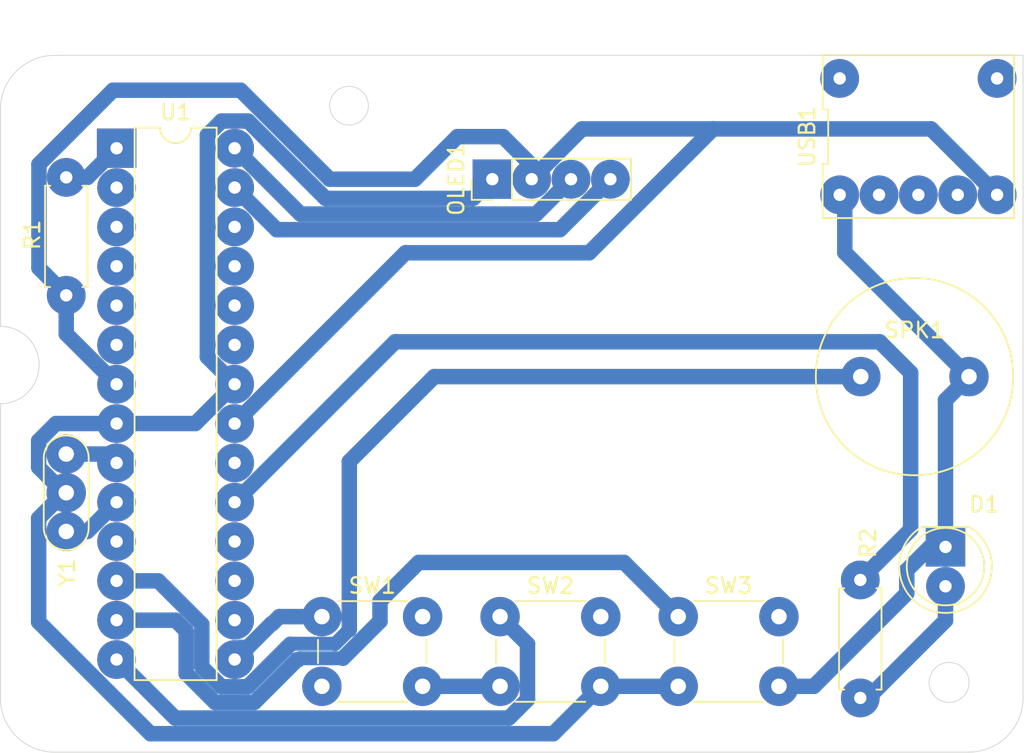
<source format=kicad_pcb>
(kicad_pcb (version 20221018) (generator pcbnew)
  (layers (0 "F.Cu" signal) (31 "B.Cu" signal) (34 "B.Paste" user) (35 "F.Paste" user) (36 "B.SilkS" user "B.Silkscreen") (37 "F.SilkS" user "F.Silkscreen") (38 "B.Mask" user) (39 "F.Mask" user) (44 "Edge.Cuts" user))
  (net 0 "")
  (net 1 "Net-(D1-Pad2)")
  (net 2 "GNDREF")
  (net 3 "Net-(OLED1-Pad4)")
  (net 4 "Net-(OLED1-Pad3)")
  (net 5 "+5V")
  (net 6 "Net-(R1-Pad2)")
  (net 7 "Net-(R2-Pad2)")
  (net 8 "Net-(SPK1-Pad2)")
  (net 9 "Net-(SW1-Pad1)")
  (net 10 "Net-(SW2-Pad1)")
  (net 11 "Net-(SW3-Pad1)")
  (net 12 "Net-(U1-Pad26)")
  (net 13 "Net-(U1-Pad25)")
  (net 14 "Net-(U1-Pad11)")
  (net 15 "Net-(U1-Pad24)")
  (net 16 "Net-(U1-Pad10)")
  (net 17 "Net-(U1-Pad23)")
  (net 18 "Net-(U1-Pad9)")
  (net 19 "Net-(U1-Pad6)")
  (net 20 "Net-(U1-Pad5)")
  (net 21 "Net-(U1-Pad18)")
  (net 22 "Net-(U1-Pad4)")
  (net 23 "Net-(U1-Pad17)")
  (net 24 "Net-(U1-Pad3)")
  (net 25 "Net-(U1-Pad16)")
  (net 26 "Net-(U1-Pad2)")
  (net 27 "GNDPWR")
  (net 28 "Net-(USB1-Pad4)")
  (net 29 "Net-(USB1-Pad3)")
  (net 30 "Net-(USB1-Pad2)")
  (footprint "LED_THT:LED_D5.0mm" (layer "F.Cu") (at 166 86.75 -90)
    (fp_text reference "D1" (at -2.75 -2.5 180) (layer "F.SilkS"))
    (fp_text value "LED")
    (fp_line (start -1.29 -1.545) (end -1.29 1.545) (stroke (width 0.12)) (layer "F.SilkS"))
    (fp_arc (start -1.29 -1.54483) (mid 2.072002 -2.880433) (end 4.26 0.000462) (stroke (width 0.12)) (layer "F.SilkS"))
    (fp_arc (start 4.26 -0.000462) (mid 2.072002 2.880433) (end -1.29 1.54483) (stroke (width 0.12)) (layer "F.SilkS"))
    (fp_circle (center 1.27 0) (end 3.77 0) (stroke (width 0.12)) (fill none) (layer "F.SilkS"))
    (pad "1" thru_hole rect (at 0 0 270) (size 2.54 2.54) (drill 0.8) (layers "*.Cu" "*.Mask") (net 2 "GNDREF"))
    (pad "2" thru_hole oval (at 2.54 0 270) (size 2.5 2.5) (drill 0.8) (layers "*.Cu" "*.Mask") (net 1 "Net-(D1-Pad2)"))
  )
  (footprint "Resistor_THT:R_Axial_DIN0207_L6.3mm_D2.5mm_P7.62mm_Horizontal" (layer "F.Cu") (at 160.5 96.5 90)
    (fp_text reference "R2" (at 10 0.5 90) (layer "F.SilkS"))
    (fp_text value "1k")
    (fp_line (start 0.54 -1.37) (end 7.08 -1.37) (stroke (width 0.12)) (layer "F.SilkS"))
    (fp_line (start 0.54 -1.04) (end 0.54 -1.37) (stroke (width 0.12)) (layer "F.SilkS"))
    (fp_line (start 0.54 1.04) (end 0.54 1.37) (stroke (width 0.12)) (layer "F.SilkS"))
    (fp_line (start 0.54 1.37) (end 7.08 1.37) (stroke (width 0.12)) (layer "F.SilkS"))
    (fp_line (start 7.08 -1.37) (end 7.08 -1.04) (stroke (width 0.12)) (layer "F.SilkS"))
    (fp_line (start 7.08 1.37) (end 7.08 1.04) (stroke (width 0.12)) (layer "F.SilkS"))
    (pad "1" thru_hole oval (at 0 0 90) (size 2.5 2.5) (drill 0.8) (layers "*.Cu" "*.Mask") (net 1 "Net-(D1-Pad2)"))
    (pad "2" thru_hole oval (at 7.62 0 90) (size 2.5 2.5) (drill 0.8) (layers "*.Cu" "*.Mask") (net 7 "Net-(R2-Pad2)"))
  )
  (footprint "Package_DIP:DIP-28_W7.62mm" (layer "F.Cu") (at 112.5 61)
    (fp_text reference "U1" (at 3.81 -2.33) (layer "F.SilkS"))
    (fp_text value "ATmega328P-PU")
    (fp_line (start 1.16 -1.33) (end 1.16 34.35) (stroke (width 0.12)) (layer "F.SilkS"))
    (fp_line (start 1.16 34.35) (end 6.46 34.35) (stroke (width 0.12)) (layer "F.SilkS"))
    (fp_line (start 2.81 -1.33) (end 1.16 -1.33) (stroke (width 0.12)) (layer "F.SilkS"))
    (fp_line (start 6.46 -1.33) (end 4.81 -1.33) (stroke (width 0.12)) (layer "F.SilkS"))
    (fp_line (start 6.46 34.35) (end 6.46 -1.33) (stroke (width 0.12)) (layer "F.SilkS"))
    (fp_arc (start 4.81 -1.33) (mid 3.81 -0.33) (end 2.81 -1.33) (stroke (width 0.12)) (layer "F.SilkS"))
    (pad "1" thru_hole rect (at 0 0) (size 2.54 2.54) (drill 0.8) (layers "*.Cu" "*.Mask") (net 6 "Net-(R1-Pad2)"))
    (pad "2" thru_hole oval (at 0 2.54) (size 2.5 2.5) (drill 0.8) (layers "*.Cu" "*.Mask") (net 26 "Net-(U1-Pad2)"))
    (pad "3" thru_hole oval (at 0 5.08) (size 2.5 2.5) (drill 0.8) (layers "*.Cu" "*.Mask") (net 24 "Net-(U1-Pad3)"))
    (pad "4" thru_hole oval (at 0 7.62) (size 2.5 2.5) (drill 0.8) (layers "*.Cu" "*.Mask") (net 22 "Net-(U1-Pad4)"))
    (pad "5" thru_hole oval (at 0 10.16) (size 2.5 2.5) (drill 0.8) (layers "*.Cu" "*.Mask") (net 20 "Net-(U1-Pad5)"))
    (pad "6" thru_hole oval (at 0 12.7) (size 2.5 2.5) (drill 0.8) (layers "*.Cu" "*.Mask") (net 19 "Net-(U1-Pad6)"))
    (pad "7" thru_hole oval (at 0 15.24) (size 2.5 2.5) (drill 0.8) (layers "*.Cu" "*.Mask") (net 5 "+5V"))
    (pad "8" thru_hole oval (at 0 17.78) (size 2.5 2.5) (drill 0.8) (layers "*.Cu" "*.Mask") (net 2 "GNDREF"))
    (pad "9" thru_hole oval (at 0 20.32) (size 2.5 2.5) (drill 0.8) (layers "*.Cu" "*.Mask") (net 18 "Net-(U1-Pad9)"))
    (pad "10" thru_hole oval (at 0 22.86) (size 2.5 2.5) (drill 0.8) (layers "*.Cu" "*.Mask") (net 16 "Net-(U1-Pad10)"))
    (pad "11" thru_hole oval (at 0 25.4) (size 2.5 2.5) (drill 0.8) (layers "*.Cu" "*.Mask") (net 14 "Net-(U1-Pad11)"))
    (pad "12" thru_hole oval (at 0 27.94) (size 2.5 2.5) (drill 0.8) (layers "*.Cu" "*.Mask") (net 8 "Net-(SPK1-Pad2)"))
    (pad "13" thru_hole oval (at 0 30.48) (size 2.5 2.5) (drill 0.8) (layers "*.Cu" "*.Mask") (net 11 "Net-(SW3-Pad1)"))
    (pad "14" thru_hole oval (at 0 33.02) (size 2.5 2.5) (drill 0.8) (layers "*.Cu" "*.Mask") (net 10 "Net-(SW2-Pad1)"))
    (pad "15" thru_hole oval (at 7.62 33.02) (size 2.5 2.5) (drill 0.8) (layers "*.Cu" "*.Mask") (net 9 "Net-(SW1-Pad1)"))
    (pad "16" thru_hole oval (at 7.62 30.48) (size 2.5 2.5) (drill 0.8) (layers "*.Cu" "*.Mask") (net 25 "Net-(U1-Pad16)"))
    (pad "17" thru_hole oval (at 7.62 27.94) (size 2.5 2.5) (drill 0.8) (layers "*.Cu" "*.Mask") (net 23 "Net-(U1-Pad17)"))
    (pad "18" thru_hole oval (at 7.62 25.4) (size 2.5 2.5) (drill 0.8) (layers "*.Cu" "*.Mask") (net 21 "Net-(U1-Pad18)"))
    (pad "19" thru_hole oval (at 7.62 22.86) (size 2.5 2.5) (drill 0.8) (layers "*.Cu" "*.Mask") (net 7 "Net-(R2-Pad2)"))
    (pad "20" thru_hole oval (at 7.62 20.32) (size 2.5 2.5) (drill 0.8) (layers "*.Cu" "*.Mask") (net 5 "+5V"))
    (pad "21" thru_hole oval (at 7.62 17.78) (size 2.5 2.5) (drill 0.8) (layers "*.Cu" "*.Mask") (net 5 "+5V"))
    (pad "22" thru_hole oval (at 7.62 15.24) (size 2.5 2.5) (drill 0.8) (layers "*.Cu" "*.Mask") (net 2 "GNDREF"))
    (pad "23" thru_hole oval (at 7.62 12.7) (size 2.5 2.5) (drill 0.8) (layers "*.Cu" "*.Mask") (net 17 "Net-(U1-Pad23)"))
    (pad "24" thru_hole oval (at 7.62 10.16) (size 2.5 2.5) (drill 0.8) (layers "*.Cu" "*.Mask") (net 15 "Net-(U1-Pad24)"))
    (pad "25" thru_hole oval (at 7.62 7.62) (size 2.5 2.5) (drill 0.8) (layers "*.Cu" "*.Mask") (net 13 "Net-(U1-Pad25)"))
    (pad "26" thru_hole oval (at 7.62 5.08) (size 2.5 2.5) (drill 0.8) (layers "*.Cu" "*.Mask") (net 12 "Net-(U1-Pad26)"))
    (pad "27" thru_hole oval (at 7.62 2.54) (size 2.5 2.5) (drill 0.8) (layers "*.Cu" "*.Mask") (net 3 "Net-(OLED1-Pad4)"))
    (pad "28" thru_hole oval (at 7.62 0) (size 2.5 2.5) (drill 0.8) (layers "*.Cu" "*.Mask") (net 4 "Net-(OLED1-Pad3)"))
  )
  (footprint "Crystal:Resonator-3Pin_W7.0mm_H2.5mm" (layer "F.Cu") (at 109.25 85.75 90)
    (fp_text reference "Y1" (at -2.65 0.05 90) (layer "F.SilkS"))
    (fp_text value "Resonator")
    (fp_line (start 0.25 -1.45) (end 4.75 -1.45) (stroke (width 0.12)) (layer "F.SilkS"))
    (fp_line (start 0.25 1.45) (end 4.75 1.45) (stroke (width 0.12)) (layer "F.SilkS"))
    (fp_arc (start 0.25 1.45) (mid -1.2 0) (end 0.25 -1.45) (stroke (width 0.12)) (layer "F.SilkS"))
    (fp_arc (start 4.75 -1.45) (mid 6.2 0) (end 4.75 1.45) (stroke (width 0.12)) (layer "F.SilkS"))
    (pad "1" thru_hole circle (at 0 0 90) (size 2.54 2.54) (drill 1) (layers "*.Cu" "*.Mask") (net 16 "Net-(U1-Pad10)"))
    (pad "2" thru_hole circle (at 2.5 0 90) (size 2.54 2.54) (drill 1) (layers "*.Cu" "*.Mask") (net 2 "GNDREF"))
    (pad "3" thru_hole circle (at 5 0 90) (size 2.54 2.54) (drill 1) (layers "*.Cu" "*.Mask") (net 18 "Net-(U1-Pad9)"))
  )
  (footprint "Connector_PinHeader_2.54mm:PinHeader_1x04_P2.54mm_Vertical" (layer "F.Cu") (at 136.75 63 90)
    (fp_text reference "OLED1" (at 0 -2.33 90) (layer "F.SilkS"))
    (fp_text value "Conn_01x04")
    (fp_line (start -1.33 -1.33) (end 0 -1.33) (stroke (width 0.12)) (layer "F.SilkS"))
    (fp_line (start -1.33 0) (end -1.33 -1.33) (stroke (width 0.12)) (layer "F.SilkS"))
    (fp_line (start -1.33 1.27) (end -1.33 8.95) (stroke (width 0.12)) (layer "F.SilkS"))
    (fp_line (start -1.33 1.27) (end 1.33 1.27) (stroke (width 0.12)) (layer "F.SilkS"))
    (fp_line (start -1.33 8.95) (end 1.33 8.95) (stroke (width 0.12)) (layer "F.SilkS"))
    (fp_line (start 1.33 1.27) (end 1.33 8.95) (stroke (width 0.12)) (layer "F.SilkS"))
    (pad "1" thru_hole rect (at 0 0 90) (size 2.54 2.54) (drill 0.8) (layers "*.Cu" "*.Mask") (net 2 "GNDREF"))
    (pad "2" thru_hole oval (at 0 2.54 90) (size 2.5 2.5) (drill 0.8) (layers "*.Cu" "*.Mask") (net 5 "+5V"))
    (pad "3" thru_hole oval (at 0 5.08 90) (size 2.5 2.5) (drill 0.8) (layers "*.Cu" "*.Mask") (net 4 "Net-(OLED1-Pad3)"))
    (pad "4" thru_hole oval (at 0 7.62 90) (size 2.5 2.5) (drill 0.8) (layers "*.Cu" "*.Mask") (net 3 "Net-(OLED1-Pad4)"))
  )
  (footprint "lcd:USB-AMAZON(PERSONAL_LIBRARY)" (layer "F.Cu") (at 164.25 60.25)
    (fp_text reference "USB1" (at -7.18 0 90) (layer "F.SilkS"))
    (fp_text value "Conn_01x07")
    (fp_line (start -6.18 -5.26) (end -6.18 -1.753333) (stroke (width 0.12)) (layer "F.SilkS"))
    (fp_line (start -6.18 -1.753333) (end -5.82 -1.753333) (stroke (width 0.12)) (layer "F.SilkS"))
    (fp_line (start -6.18 1.753333) (end -6.18 5.26) (stroke (width 0.12)) (layer "F.SilkS"))
    (fp_line (start -6.18 5.26) (end 6.18 5.26) (stroke (width 0.12)) (layer "F.SilkS"))
    (fp_line (start -5.82 -1.753333) (end -5.82 1.753333) (stroke (width 0.12)) (layer "F.SilkS"))
    (fp_line (start -5.82 1.753333) (end -6.18 1.753333) (stroke (width 0.12)) (layer "F.SilkS"))
    (fp_line (start 6.18 -5.26) (end -6.18 -5.26) (stroke (width 0.12)) (layer "F.SilkS"))
    (fp_line (start 6.18 5.26) (end 6.18 -5.26) (stroke (width 0.12)) (layer "F.SilkS"))
    (pad "1" thru_hole oval (at -5.08 3.76) (size 2.5 2.5) (drill 0.8) (layers "*.Cu" "*.Mask") (net 2 "GNDREF"))
    (pad "2" thru_hole oval (at -2.54 3.76) (size 2.5 2.5) (drill 0.8) (layers "*.Cu" "*.Mask") (net 30 "Net-(USB1-Pad2)"))
    (pad "3" thru_hole oval (at 0 3.76) (size 2.5 2.5) (drill 0.8) (layers "*.Cu" "*.Mask") (net 29 "Net-(USB1-Pad3)"))
    (pad "4" thru_hole oval (at 2.54 3.76) (size 2.5 2.5) (drill 0.8) (layers "*.Cu" "*.Mask") (net 28 "Net-(USB1-Pad4)"))
    (pad "5" thru_hole oval (at 5.08 3.76) (size 2.5 2.5) (drill 0.8) (layers "*.Cu" "*.Mask") (net 5 "+5V"))
    (pad "6" thru_hole oval (at 5.08 -3.76) (size 2.5 2.5) (drill 0.8) (layers "*.Cu" "*.Mask") (net 27 "GNDPWR"))
    (pad "7" thru_hole oval (at -5.08 -3.76) (size 2.5 2.5) (drill 0.8) (layers "*.Cu" "*.Mask") (net 27 "GNDPWR"))
  )
  (footprint "Button_Switch_THT:SW_PUSH_6mm" (layer "F.Cu") (at 148.75 91.25)
    (fp_text reference "SW3" (at 3.25 -2) (layer "F.SilkS"))
    (fp_text value "SW_DIP_x01")
    (fp_line (start -0.25 1.5) (end -0.25 3) (stroke (width 0.12)) (layer "F.SilkS"))
    (fp_line (start 1 5.5) (end 5.5 5.5) (stroke (width 0.12)) (layer "F.SilkS"))
    (fp_line (start 5.5 -1) (end 1 -1) (stroke (width 0.12)) (layer "F.SilkS"))
    (fp_line (start 6.75 3) (end 6.75 1.5) (stroke (width 0.12)) (layer "F.SilkS"))
    (pad "1" thru_hole circle (at 0 0) (size 2.54 2.54) (drill 1) (layers "*.Cu" "*.Mask") (net 11 "Net-(SW3-Pad1)"))
    (pad "1" thru_hole circle (at 6.5 0) (size 2.54 2.54) (drill 1) (layers "*.Cu" "*.Mask") (net 11 "Net-(SW3-Pad1)"))
    (pad "2" thru_hole circle (at 0 4.5) (size 2.54 2.54) (drill 1) (layers "*.Cu" "*.Mask") (net 2 "GNDREF"))
    (pad "2" thru_hole circle (at 6.5 4.5) (size 2.54 2.54) (drill 1) (layers "*.Cu" "*.Mask") (net 2 "GNDREF"))
  )
  (footprint "Button_Switch_THT:SW_PUSH_6mm" (layer "F.Cu") (at 125.75 91.25)
    (fp_text reference "SW1" (at 3.25 -2) (layer "F.SilkS"))
    (fp_text value "SW_DIP_x01")
    (fp_line (start -0.25 1.5) (end -0.25 3) (stroke (width 0.12)) (layer "F.SilkS"))
    (fp_line (start 1 5.5) (end 5.5 5.5) (stroke (width 0.12)) (layer "F.SilkS"))
    (fp_line (start 5.5 -1) (end 1 -1) (stroke (width 0.12)) (layer "F.SilkS"))
    (fp_line (start 6.75 3) (end 6.75 1.5) (stroke (width 0.12)) (layer "F.SilkS"))
    (pad "1" thru_hole circle (at 0 0) (size 2.54 2.54) (drill 1) (layers "*.Cu" "*.Mask") (net 9 "Net-(SW1-Pad1)"))
    (pad "1" thru_hole circle (at 6.5 0) (size 2.54 2.54) (drill 1) (layers "*.Cu" "*.Mask") (net 9 "Net-(SW1-Pad1)"))
    (pad "2" thru_hole circle (at 0 4.5) (size 2.54 2.54) (drill 1) (layers "*.Cu" "*.Mask") (net 2 "GNDREF"))
    (pad "2" thru_hole circle (at 6.5 4.5) (size 2.54 2.54) (drill 1) (layers "*.Cu" "*.Mask") (net 2 "GNDREF"))
  )
  (footprint "Button_Switch_THT:SW_PUSH_6mm" (layer "F.Cu") (at 137.25 91.25)
    (fp_text reference "SW2" (at 3.25 -2) (layer "F.SilkS"))
    (fp_text value "SW_DIP_x01")
    (fp_line (start -0.25 1.5) (end -0.25 3) (stroke (width 0.12)) (layer "F.SilkS"))
    (fp_line (start 1 5.5) (end 5.5 5.5) (stroke (width 0.12)) (layer "F.SilkS"))
    (fp_line (start 5.5 -1) (end 1 -1) (stroke (width 0.12)) (layer "F.SilkS"))
    (fp_line (start 6.75 3) (end 6.75 1.5) (stroke (width 0.12)) (layer "F.SilkS"))
    (pad "1" thru_hole circle (at 0 0) (size 2.54 2.54) (drill 1) (layers "*.Cu" "*.Mask") (net 10 "Net-(SW2-Pad1)"))
    (pad "1" thru_hole circle (at 6.5 0) (size 2.54 2.54) (drill 1) (layers "*.Cu" "*.Mask") (net 10 "Net-(SW2-Pad1)"))
    (pad "2" thru_hole circle (at 0 4.5) (size 2.54 2.54) (drill 1) (layers "*.Cu" "*.Mask") (net 2 "GNDREF"))
    (pad "2" thru_hole circle (at 6.5 4.5) (size 2.54 2.54) (drill 1) (layers "*.Cu" "*.Mask") (net 2 "GNDREF"))
  )
  (footprint "Resistor_THT:R_Axial_DIN0207_L6.3mm_D2.5mm_P7.62mm_Horizontal" (layer "F.Cu") (at 109.25 70.5 90)
    (fp_text reference "R1" (at 3.9 -2.2 90) (layer "F.SilkS"))
    (fp_text value "10k")
    (fp_line (start 0.54 -1.37) (end 7.08 -1.37) (stroke (width 0.12)) (layer "F.SilkS"))
    (fp_line (start 0.54 -1.04) (end 0.54 -1.37) (stroke (width 0.12)) (layer "F.SilkS"))
    (fp_line (start 0.54 1.04) (end 0.54 1.37) (stroke (width 0.12)) (layer "F.SilkS"))
    (fp_line (start 0.54 1.37) (end 7.08 1.37) (stroke (width 0.12)) (layer "F.SilkS"))
    (fp_line (start 7.08 -1.37) (end 7.08 -1.04) (stroke (width 0.12)) (layer "F.SilkS"))
    (fp_line (start 7.08 1.37) (end 7.08 1.04) (stroke (width 0.12)) (layer "F.SilkS"))
    (pad "1" thru_hole oval (at 0 0 90) (size 2.5 2.5) (drill 0.8) (layers "*.Cu" "*.Mask") (net 5 "+5V"))
    (pad "2" thru_hole oval (at 7.62 0 90) (size 2.5 2.5) (drill 0.8) (layers "*.Cu" "*.Mask") (net 6 "Net-(R1-Pad2)"))
  )
  (footprint "Capacitor_THT:C_Radial_D12.5mm_H20.0mm_P5.00mm" (layer "F.Cu") (at 166.5 75.75 180)
    (fp_text reference "SPK1" (at 2.5 3 180) (layer "F.SilkS"))
    (fp_text value "Conn_01x02")
    (fp_circle (center 2.5 0) (end 8.87 0) (stroke (width 0.12)) (fill none) (layer "F.SilkS"))
    (pad "1" thru_hole circle (at -1.016 0 180) (size 2.54 2.54) (drill 1) (layers "*.Cu" "*.Mask") (net 2 "GNDREF"))
    (pad "2" thru_hole circle (at 5.969 0 180) (size 2.54 2.54) (drill 1) (layers "*.Cu" "*.Mask") (net 8 "Net-(SPK1-Pad2)"))
  )
  (gr_line (start 171 55) (end 108.5 55) (stroke (width 0.05)) (layer "Edge.Cuts"))
  (gr_line (start 105 96.5) (end 105 77.5) (stroke (width 0.05)) (layer "Edge.Cuts"))
  (gr_arc (start 105 58.5) (mid 106.025126 56.025126) (end 108.5 55) (stroke (width 0.05)) (layer "Edge.Cuts"))
  (gr_line (start 105 58.5) (end 105 72.5) (stroke (width 0.05)) (layer "Edge.Cuts"))
  (gr_line (start 171 96.5) (end 171 55) (stroke (width 0.05)) (layer "Edge.Cuts"))
  (gr_circle (center 166.232234 95.5) (end 167.5 95.25) (stroke (width 0.05)) (fill none) (layer "Edge.Cuts"))
  (gr_circle (center 127.5 58.25) (end 128.75 58.25) (stroke (width 0.05)) (fill none) (layer "Edge.Cuts"))
  (gr_arc (start 171 96.5) (mid 169.974874 98.974874) (end 167.5 100) (stroke (width 0.05)) (layer "Edge.Cuts"))
  (gr_line (start 108.5 100) (end 167.5 100) (stroke (width 0.05)) (layer "Edge.Cuts"))
  (gr_arc (start 108.5 100) (mid 106.025126 98.974874) (end 105 96.5) (stroke (width 0.05)) (layer "Edge.Cuts"))
  (gr_arc (start 105 72.5) (mid 107.5 75) (end 105 77.5) (stroke (width 0.05)) (layer "Edge.Cuts"))
  (segment (start 161 96.5) (end 160.5 96.5) (width 1) (layer "B.Cu") (net 1))
  (segment (start 166 91.5) (end 161 96.5) (width 1) (layer "B.Cu") (net 1))
  (segment (start 166 89.29) (end 166 91.5) (width 1) (layer "B.Cu") (net 1))
  (segment (start 125.98999 64.23999) (end 135.51001 64.23999) (width 1) (layer "B.Cu") (net 2))
  (segment (start 166 86.75) (end 166 77.266) (width 1) (layer "B.Cu") (net 2))
  (segment (start 112.5 78.78) (end 117.58 78.78) (width 1) (layer "B.Cu") (net 2))
  (segment (start 120.989999 59.239999) (end 125.98999 64.23999) (width 1) (layer "B.Cu") (net 2))
  (segment (start 117.58 78.78) (end 120.12 76.24) (width 1) (layer "B.Cu") (net 2))
  (segment (start 107.469999 84.895599) (end 109.115598 83.25) (width 1) (layer "B.Cu") (net 2))
  (segment (start 159.5 67.734) (end 159.5 64.34) (width 1) (layer "B.Cu") (net 2))
  (segment (start 135.51001 64.23999) (end 136.75 63) (width 1) (layer "B.Cu") (net 2))
  (segment (start 166 77.266) (end 167.516 75.75) (width 1) (layer "B.Cu") (net 2))
  (segment (start 163.5 88.25) (end 165 86.75) (width 1) (layer "B.Cu") (net 2))
  (segment (start 163.5 89.75) (end 163.5 88.25) (width 1) (layer "B.Cu") (net 2))
  (segment (start 143.75 95.75) (end 140.689969 98.810031) (width 1) (layer "B.Cu") (net 2))
  (segment (start 165 86.75) (end 166 86.75) (width 1) (layer "B.Cu") (net 2))
  (segment (start 155.25 95.75) (end 157.5 95.75) (width 1) (layer "B.Cu") (net 2))
  (segment (start 114.685229 98.810031) (end 107.469999 91.594801) (width 1) (layer "B.Cu") (net 2))
  (segment (start 107.469999 91.594801) (end 107.469999 84.895599) (width 1) (layer "B.Cu") (net 2))
  (segment (start 107.469999 81.604401) (end 109.115598 83.25) (width 1) (layer "B.Cu") (net 2))
  (segment (start 159.5 64.34) (end 159.17 64.01) (width 1) (layer "B.Cu") (net 2))
  (segment (start 112.5 78.78) (end 108.585598 78.78) (width 1) (layer "B.Cu") (net 2))
  (segment (start 109.115598 83.25) (end 109.25 83.25) (width 1) (layer "B.Cu") (net 2))
  (segment (start 137.25 95.75) (end 132.25 95.75) (width 1) (layer "B.Cu") (net 2))
  (segment (start 157.5 95.75) (end 163.5 89.75) (width 1) (layer "B.Cu") (net 2))
  (segment (start 148.75 95.75) (end 143.75 95.75) (width 1) (layer "B.Cu") (net 2))
  (segment (start 107.469999 79.895599) (end 107.469999 81.604401) (width 1) (layer "B.Cu") (net 2))
  (segment (start 119.275199 59.239999) (end 120.989999 59.239999) (width 1) (layer "B.Cu") (net 2))
  (segment (start 108.585598 78.78) (end 107.469999 79.895599) (width 1) (layer "B.Cu") (net 2))
  (segment (start 118.359999 74.479999) (end 118.359999 60.155199) (width 1) (layer "B.Cu") (net 2))
  (segment (start 120.12 76.24) (end 118.359999 74.479999) (width 1) (layer "B.Cu") (net 2))
  (segment (start 167.516 75.75) (end 159.5 67.734) (width 1) (layer "B.Cu") (net 2))
  (segment (start 118.359999 60.155199) (end 119.275199 59.239999) (width 1) (layer "B.Cu") (net 2))
  (segment (start 140.689969 98.810031) (end 114.685229 98.810031) (width 1) (layer "B.Cu") (net 2))
  (segment (start 141.10999 66.26001) (end 144.37 63) (width 1) (layer "B.Cu") (net 3))
  (segment (start 122.84001 66.26001) (end 141.10999 66.26001) (width 1) (layer "B.Cu") (net 3))
  (segment (start 120.12 63.54) (end 122.84001 66.26001) (width 1) (layer "B.Cu") (net 3))
  (segment (start 120.12 61) (end 124.37 65.25) (width 1) (layer "B.Cu") (net 4))
  (segment (start 124.37 65.25) (end 139.58 65.25) (width 1) (layer "B.Cu") (net 4))
  (segment (start 139.58 65.25) (end 141.83 63) (width 1) (layer "B.Cu") (net 4))
  (segment (start 134.5 60.25) (end 137.440002 60.25) (width 1) (layer "B.Cu") (net 5))
  (segment (start 151 59.75) (end 165.07 59.75) (width 1) (layer "B.Cu") (net 5))
  (segment (start 107.489999 62.035199) (end 112.275198 57.25) (width 1) (layer "B.Cu") (net 5))
  (segment (start 143 67.75) (end 131.15 67.75) (width 1) (layer "B.Cu") (net 5))
  (segment (start 126.25 63) (end 131.75 63) (width 1) (layer "B.Cu") (net 5))
  (segment (start 137.440002 60.25) (end 139.29 62.099998) (width 1) (layer "B.Cu") (net 5))
  (segment (start 112.5 76.24) (end 109.25 72.99) (width 1) (layer "B.Cu") (net 5))
  (segment (start 139.29 62.099998) (end 139.29 63) (width 1) (layer "B.Cu") (net 5))
  (segment (start 109.25 72.99) (end 109.25 70.5) (width 1) (layer "B.Cu") (net 5))
  (segment (start 165.07 59.75) (end 169.33 64.01) (width 1) (layer "B.Cu") (net 5))
  (segment (start 109.25 70.5) (end 107.489999 68.739999) (width 1) (layer "B.Cu") (net 5))
  (segment (start 131.75 63) (end 134.5 60.25) (width 1) (layer "B.Cu") (net 5))
  (segment (start 112.275198 57.25) (end 120.5 57.25) (width 1) (layer "B.Cu") (net 5))
  (segment (start 142.54 59.75) (end 151 59.75) (width 1) (layer "B.Cu") (net 5))
  (segment (start 107.489999 68.739999) (end 107.489999 62.035199) (width 1) (layer "B.Cu") (net 5))
  (segment (start 131.15 67.75) (end 120.12 78.78) (width 1) (layer "B.Cu") (net 5))
  (segment (start 120.5 57.25) (end 126.25 63) (width 1) (layer "B.Cu") (net 5))
  (segment (start 139.29 63) (end 142.54 59.75) (width 1) (layer "B.Cu") (net 5))
  (segment (start 151 59.75) (end 143 67.75) (width 1) (layer "B.Cu") (net 5))
  (segment (start 110.62 62.88) (end 112.5 61) (width 1) (layer "B.Cu") (net 6))
  (segment (start 109.25 62.88) (end 110.62 62.88) (width 1) (layer "B.Cu") (net 6))
  (segment (start 130.48 73.5) (end 120.12 83.86) (width 1) (layer "B.Cu") (net 7))
  (segment (start 163.75 85.63) (end 160.5 88.88) (width 1) (layer "B.Cu") (net 7))
  (segment (start 130.48 73.5) (end 161.75 73.5) (width 1) (layer "B.Cu") (net 7))
  (segment (start 163.75 75.5) (end 163.75 85.63) (width 1) (layer "B.Cu") (net 7))
  (segment (start 161.75 73.5) (end 163.75 75.5) (width 1) (layer "B.Cu") (net 7))
  (segment (start 115.19 88.94) (end 118 91.75) (width 1) (layer "B.Cu") (net 8))
  (segment (start 120.964801 95.780001) (end 123.5 93.244802) (width 1) (layer "B.Cu") (net 8))
  (segment (start 127.520001 92.099601) (end 127.520001 81.229999) (width 1) (layer "B.Cu") (net 8))
  (segment (start 126.589601 93.030001) (end 127.520001 92.099601) (width 0.9) (layer "B.Cu") (net 8))
  (segment (start 119.275199 95.780001) (end 120.964801 95.780001) (width 1) (layer "B.Cu") (net 8))
  (segment (start 123.5 93.244802) (end 123.505198 93.244802) (width 1) (layer "B.Cu") (net 8))
  (segment (start 133 75.75) (end 160.531 75.75) (width 1) (layer "B.Cu") (net 8))
  (segment (start 123.505198 93.244802) (end 123.719999 93.030001) (width 1) (layer "B.Cu") (net 8))
  (segment (start 118 94.504802) (end 119.275199 95.780001) (width 1) (layer "B.Cu") (net 8))
  (segment (start 112.5 88.94) (end 115.19 88.94) (width 1) (layer "B.Cu") (net 8))
  (segment (start 127.520001 81.229999) (end 133 75.75) (width 1) (layer "B.Cu") (net 8))
  (segment (start 118 91.75) (end 118 94.504802) (width 1) (layer "B.Cu") (net 8))
  (segment (start 123.719999 93) (end 126.589601 93) (width 0.9) (layer "B.Cu") (net 8))
  (segment (start 120.509999 93.240001) (end 120.964801 93.240001) (width 1) (layer "B.Cu") (net 9))
  (segment (start 120.12 94.02) (end 120.12 93.63) (width 1) (layer "B.Cu") (net 9))
  (segment (start 123 91.25) (end 125.75 91.25) (width 1) (layer "B.Cu") (net 9))
  (segment (start 122.5 91.704802) (end 122.545198 91.704802) (width 1) (layer "B.Cu") (net 9))
  (segment (start 120.964801 93.240001) (end 122.5 91.704802) (width 1) (layer "B.Cu") (net 9))
  (segment (start 120.12 93.63) (end 120.509999 93.240001) (width 1) (layer "B.Cu") (net 9))
  (segment (start 122.545198 91.704802) (end 123 91.25) (width 1) (layer "B.Cu") (net 9))
  (segment (start 137.819581 97.800021) (end 139.020001 96.599601) (width 1) (layer "B.Cu") (net 10))
  (segment (start 112.5 94.02) (end 116.280021 97.800021) (width 1) (layer "B.Cu") (net 10))
  (segment (start 139.020001 96.599601) (end 139.020001 93.020001) (width 1) (layer "B.Cu") (net 10))
  (segment (start 116.280021 97.800021) (end 137.819581 97.800021) (width 1) (layer "B.Cu") (net 10))
  (segment (start 139.020001 93.020001) (end 137.25 91.25) (width 1) (layer "B.Cu") (net 10))
  (segment (start 116.98999 94.923161) (end 118.85684 96.790011) (width 1) (layer "B.Cu") (net 11))
  (segment (start 124.138358 94.040011) (end 124.209989 94.040011) (width 1) (layer "B.Cu") (net 11))
  (segment (start 145.25 87.75) (end 148.75 91.25) (width 1) (layer "B.Cu") (net 11))
  (segment (start 116.98999 92.168358) (end 116.98999 94.923161) (width 1) (layer "B.Cu") (net 11))
  (segment (start 121.388358 96.790011) (end 124.138358 94.040011) (width 1) (layer "B.Cu") (net 11))
  (segment (start 127.10796 93.940011) (end 129.5 91.547971) (width 1) (layer "B.Cu") (net 11))
  (segment (start 116.301632 91.48) (end 116.98999 92.168358) (width 1) (layer "B.Cu") (net 11))
  (segment (start 112.5 91.48) (end 116.301632 91.48) (width 1) (layer "B.Cu") (net 11))
  (segment (start 118.85684 96.790011) (end 121.388358 96.790011) (width 1) (layer "B.Cu") (net 11))
  (segment (start 129.5 90.25) (end 132 87.75) (width 1) (layer "B.Cu") (net 11))
  (segment (start 132 87.75) (end 145.25 87.75) (width 1) (layer "B.Cu") (net 11))
  (segment (start 124.209989 94.040011) (end 124.309989 93.940011) (width 0.9) (layer "B.Cu") (net 11))
  (segment (start 129.5 91.547971) (end 129.5 90.25) (width 1) (layer "B.Cu") (net 11))
  (segment (start 124.309989 93.940011) (end 127.10796 93.940011) (width 0.9) (layer "B.Cu") (net 11))
  (segment (start 110.61 85.75) (end 112.5 83.86) (width 1) (layer "B.Cu") (net 16))
  (segment (start 109.25 85.75) (end 110.61 85.75) (width 1) (layer "B.Cu") (net 16))
  (segment (start 109.25 80.75) (end 111.93 80.75) (width 1) (layer "B.Cu") (net 18))
  (segment (start 111.93 80.75) (end 112.5 81.32) (width 1) (layer "B.Cu") (net 18))
)
</source>
